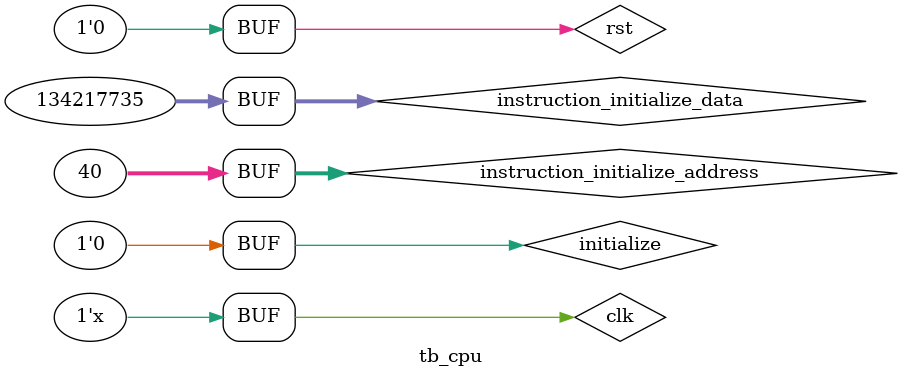
<source format=v>
`timescale 1ns / 1ns


module tb_cpu;

	// Inputs
	reg rst;
	reg clk;
	reg initialize;
	reg [31:0] instruction_initialize_data;
	reg [31:0] instruction_initialize_address;
    wire [31:0] BMux;
    wire [31:0] LMOut; 
    wire [31:0] ALUOut; 

	// Instantiate the Unit Under Test (UUT)
	cpu uut (
		.rst(rst), 
		.clk(clk), 
		.initialize(initialize), 
		.instruction_initialize_data(instruction_initialize_data), 
		.instruction_initialize_address(instruction_initialize_address),
	    .BMux(BMux),
	    .LMOut(LMOut),
	    .ALUOut(ALUOut)
	);

	initial begin
		// Initialize Inputs
		rst = 1;
		clk = 0;
		initialize = 1;
		instruction_initialize_data = 0;
		instruction_initialize_address = 0;

		#100;
      
		instruction_initialize_address = 0;
		instruction_initialize_data = 32'b000000_00000_00010_00001_00000_10_0000;      // ADD R1, R0, R2
		#20;
		instruction_initialize_address = 4;
		instruction_initialize_data = 32'b000000_00100_00100_01000_00000_10_0010;      // SUB R8, R4, $4
		#20;
		instruction_initialize_address = 8;
		instruction_initialize_data = 32'b000000_00101_00110_00111_00000_10_0101;      // OR R5, R6, 7
		#20;
		instruction_initialize_address = 12;
		instruction_initialize_data = 32'b101011_00000_01001_00000_00000_00_1100;      // SW R9, 12(R0)
		#20;
		instruction_initialize_address = 16;
		instruction_initialize_data = 32'b100011_00000_01100_00000_00000_00_1100;      // LW R12, 12(R0)
		#20	
      instruction_initialize_address = 20;
		instruction_initialize_data = 32'b000100_00000_00000_11111_11111_11_1111;      // BEQ R0, R0, -1
		
		#20;
		instruction_initialize_address = 24;
		instruction_initialize_data = 32'b000000_00001_00010_00000_00000_10_1010;      //  SLT R0, R1 , R2 (20) 
		
		
		#20;
		
		instruction_initialize_address = 28;
		instruction_initialize_data = 32'b001000_00100_00001_1100101010111100;      // ADDI R1 , R4 (40), 4'hcabc =
		
		#20;
		
		instruction_initialize_address = 32;
		instruction_initialize_data = 32'b000101_00000_00101_00000_00000_00_0001;      // BNE R0, R5, 1
		
		#20;
		
		instruction_initialize_address = 36;
		instruction_initialize_data = 32'b001111_00000_00100_1100101010111100;      // LUI R4, 4'hcabc
		
		 #20;
		
		instruction_initialize_address = 40;
		instruction_initialize_data = 32'b000010_00000_00000_00000_00000_00_0111;      // J 7

		#50;
		initialize = 0;
		rst = 0;
		
	end
      
always
#5 clk = ~clk;
endmodule


</source>
